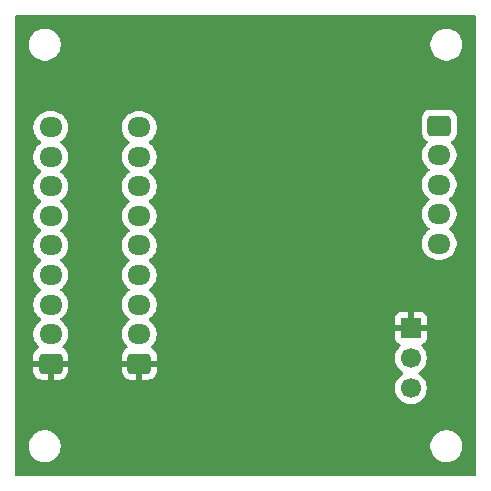
<source format=gbl>
%TF.GenerationSoftware,KiCad,Pcbnew,9.0.2*%
%TF.CreationDate,2025-09-02T23:35:07-07:00*%
%TF.ProjectId,driver,64726976-6572-42e6-9b69-6361645f7063,rev?*%
%TF.SameCoordinates,Original*%
%TF.FileFunction,Copper,L2,Bot*%
%TF.FilePolarity,Positive*%
%FSLAX46Y46*%
G04 Gerber Fmt 4.6, Leading zero omitted, Abs format (unit mm)*
G04 Created by KiCad (PCBNEW 9.0.2) date 2025-09-02 23:35:07*
%MOMM*%
%LPD*%
G01*
G04 APERTURE LIST*
G04 Aperture macros list*
%AMRoundRect*
0 Rectangle with rounded corners*
0 $1 Rounding radius*
0 $2 $3 $4 $5 $6 $7 $8 $9 X,Y pos of 4 corners*
0 Add a 4 corners polygon primitive as box body*
4,1,4,$2,$3,$4,$5,$6,$7,$8,$9,$2,$3,0*
0 Add four circle primitives for the rounded corners*
1,1,$1+$1,$2,$3*
1,1,$1+$1,$4,$5*
1,1,$1+$1,$6,$7*
1,1,$1+$1,$8,$9*
0 Add four rect primitives between the rounded corners*
20,1,$1+$1,$2,$3,$4,$5,0*
20,1,$1+$1,$4,$5,$6,$7,0*
20,1,$1+$1,$6,$7,$8,$9,0*
20,1,$1+$1,$8,$9,$2,$3,0*%
G04 Aperture macros list end*
%TA.AperFunction,ComponentPad*%
%ADD10RoundRect,0.250000X-0.725000X0.600000X-0.725000X-0.600000X0.725000X-0.600000X0.725000X0.600000X0*%
%TD*%
%TA.AperFunction,ComponentPad*%
%ADD11O,1.950000X1.700000*%
%TD*%
%TA.AperFunction,ComponentPad*%
%ADD12R,1.700000X1.700000*%
%TD*%
%TA.AperFunction,ComponentPad*%
%ADD13C,1.700000*%
%TD*%
%TA.AperFunction,ComponentPad*%
%ADD14RoundRect,0.250000X0.725000X-0.600000X0.725000X0.600000X-0.725000X0.600000X-0.725000X-0.600000X0*%
%TD*%
%TA.AperFunction,ViaPad*%
%ADD15C,0.600000*%
%TD*%
G04 APERTURE END LIST*
D10*
%TO.P,Motor1,1,Pin_1*%
%TO.N,+12V*%
X66398240Y-39849000D03*
D11*
%TO.P,Motor1,2,Pin_2*%
%TO.N,Net-(D1-K)*%
X66398240Y-42349000D03*
%TO.P,Motor1,3,Pin_3*%
%TO.N,Net-(D2-K)*%
X66398240Y-44849000D03*
%TO.P,Motor1,4,Pin_4*%
%TO.N,Net-(D3-K)*%
X66398240Y-47349000D03*
%TO.P,Motor1,5,Pin_5*%
%TO.N,Net-(D4-K)*%
X66398240Y-49849000D03*
%TD*%
D12*
%TO.P,Hall1,1,Pin_1*%
%TO.N,GND*%
X64000000Y-57000000D03*
D13*
%TO.P,Hall1,2,Pin_2*%
%TO.N,+5V*%
X64000000Y-59540000D03*
%TO.P,Hall1,3,Pin_3*%
%TO.N,Net-(Hall1-Pin_3)*%
X64000000Y-62080000D03*
%TD*%
D14*
%TO.P,Peri1,1,Pin_1*%
%TO.N,GND*%
X33500000Y-60000000D03*
D11*
%TO.P,Peri1,2,Pin_2*%
%TO.N,+5V*%
X33500000Y-57500000D03*
%TO.P,Peri1,3,Pin_3*%
%TO.N,/PI*%
X33500000Y-55000000D03*
%TO.P,Peri1,4,Pin_4*%
%TO.N,/LD*%
X33500000Y-52500000D03*
%TO.P,Peri1,5,Pin_5*%
%TO.N,/CIPO*%
X33500000Y-50000000D03*
%TO.P,Peri1,6,Pin_6*%
%TO.N,/CLK*%
X33500000Y-47500000D03*
%TO.P,Peri1,7,Pin_7*%
%TO.N,/LCH*%
X33500000Y-45000000D03*
%TO.P,Peri1,8,Pin_8*%
%TO.N,/NOE*%
X33500000Y-42500000D03*
%TO.P,Peri1,9,Pin_9*%
%TO.N,+12V*%
X33500000Y-40000000D03*
%TD*%
D14*
%TO.P,Ctrl1,1,Pin_1*%
%TO.N,GND*%
X41000000Y-60000000D03*
D11*
%TO.P,Ctrl1,2,Pin_2*%
%TO.N,+5V*%
X41000000Y-57500000D03*
%TO.P,Ctrl1,3,Pin_3*%
%TO.N,/CO*%
X41000000Y-55000000D03*
%TO.P,Ctrl1,4,Pin_4*%
%TO.N,/LD*%
X41000000Y-52500000D03*
%TO.P,Ctrl1,5,Pin_5*%
%TO.N,/CIPO*%
X41000000Y-50000000D03*
%TO.P,Ctrl1,6,Pin_6*%
%TO.N,/CLK*%
X41000000Y-47500000D03*
%TO.P,Ctrl1,7,Pin_7*%
%TO.N,/LCH*%
X41000000Y-45000000D03*
%TO.P,Ctrl1,8,Pin_8*%
%TO.N,/NOE*%
X41000000Y-42500000D03*
%TO.P,Ctrl1,9,Pin_9*%
%TO.N,+12V*%
X41000000Y-40000000D03*
%TD*%
D15*
%TO.N,GND*%
X58000000Y-65000000D03*
X51000000Y-44000000D03*
X51000000Y-57000000D03*
%TD*%
%TA.AperFunction,Conductor*%
%TO.N,GND*%
G36*
X69442539Y-30520185D02*
G01*
X69488294Y-30572989D01*
X69499500Y-30624500D01*
X69499500Y-69375500D01*
X69479815Y-69442539D01*
X69427011Y-69488294D01*
X69375500Y-69499500D01*
X30624500Y-69499500D01*
X30557461Y-69479815D01*
X30511706Y-69427011D01*
X30500500Y-69375500D01*
X30500500Y-66893713D01*
X31649500Y-66893713D01*
X31649500Y-67106286D01*
X31682753Y-67316239D01*
X31748444Y-67518414D01*
X31844951Y-67707820D01*
X31969890Y-67879786D01*
X32120213Y-68030109D01*
X32292179Y-68155048D01*
X32292181Y-68155049D01*
X32292184Y-68155051D01*
X32481588Y-68251557D01*
X32683757Y-68317246D01*
X32893713Y-68350500D01*
X32893714Y-68350500D01*
X33106286Y-68350500D01*
X33106287Y-68350500D01*
X33316243Y-68317246D01*
X33518412Y-68251557D01*
X33707816Y-68155051D01*
X33729789Y-68139086D01*
X33879786Y-68030109D01*
X33879788Y-68030106D01*
X33879792Y-68030104D01*
X34030104Y-67879792D01*
X34030106Y-67879788D01*
X34030109Y-67879786D01*
X34155048Y-67707820D01*
X34155047Y-67707820D01*
X34155051Y-67707816D01*
X34251557Y-67518412D01*
X34317246Y-67316243D01*
X34350500Y-67106287D01*
X34350500Y-66893713D01*
X65649500Y-66893713D01*
X65649500Y-67106286D01*
X65682753Y-67316239D01*
X65748444Y-67518414D01*
X65844951Y-67707820D01*
X65969890Y-67879786D01*
X66120213Y-68030109D01*
X66292179Y-68155048D01*
X66292181Y-68155049D01*
X66292184Y-68155051D01*
X66481588Y-68251557D01*
X66683757Y-68317246D01*
X66893713Y-68350500D01*
X66893714Y-68350500D01*
X67106286Y-68350500D01*
X67106287Y-68350500D01*
X67316243Y-68317246D01*
X67518412Y-68251557D01*
X67707816Y-68155051D01*
X67729789Y-68139086D01*
X67879786Y-68030109D01*
X67879788Y-68030106D01*
X67879792Y-68030104D01*
X68030104Y-67879792D01*
X68030106Y-67879788D01*
X68030109Y-67879786D01*
X68155048Y-67707820D01*
X68155047Y-67707820D01*
X68155051Y-67707816D01*
X68251557Y-67518412D01*
X68317246Y-67316243D01*
X68350500Y-67106287D01*
X68350500Y-66893713D01*
X68317246Y-66683757D01*
X68251557Y-66481588D01*
X68155051Y-66292184D01*
X68155049Y-66292181D01*
X68155048Y-66292179D01*
X68030109Y-66120213D01*
X67879786Y-65969890D01*
X67707820Y-65844951D01*
X67518414Y-65748444D01*
X67518413Y-65748443D01*
X67518412Y-65748443D01*
X67316243Y-65682754D01*
X67316241Y-65682753D01*
X67316240Y-65682753D01*
X67154957Y-65657208D01*
X67106287Y-65649500D01*
X66893713Y-65649500D01*
X66845042Y-65657208D01*
X66683760Y-65682753D01*
X66481585Y-65748444D01*
X66292179Y-65844951D01*
X66120213Y-65969890D01*
X65969890Y-66120213D01*
X65844951Y-66292179D01*
X65748444Y-66481585D01*
X65682753Y-66683760D01*
X65649500Y-66893713D01*
X34350500Y-66893713D01*
X34317246Y-66683757D01*
X34251557Y-66481588D01*
X34155051Y-66292184D01*
X34155049Y-66292181D01*
X34155048Y-66292179D01*
X34030109Y-66120213D01*
X33879786Y-65969890D01*
X33707820Y-65844951D01*
X33518414Y-65748444D01*
X33518413Y-65748443D01*
X33518412Y-65748443D01*
X33316243Y-65682754D01*
X33316241Y-65682753D01*
X33316240Y-65682753D01*
X33154957Y-65657208D01*
X33106287Y-65649500D01*
X32893713Y-65649500D01*
X32845042Y-65657208D01*
X32683760Y-65682753D01*
X32481585Y-65748444D01*
X32292179Y-65844951D01*
X32120213Y-65969890D01*
X31969890Y-66120213D01*
X31844951Y-66292179D01*
X31748444Y-66481585D01*
X31682753Y-66683760D01*
X31649500Y-66893713D01*
X30500500Y-66893713D01*
X30500500Y-39893713D01*
X32024500Y-39893713D01*
X32024500Y-40106287D01*
X32057754Y-40316243D01*
X32117141Y-40499018D01*
X32123444Y-40518414D01*
X32219951Y-40707820D01*
X32344890Y-40879786D01*
X32495209Y-41030105D01*
X32495214Y-41030109D01*
X32659793Y-41149682D01*
X32702459Y-41205011D01*
X32708438Y-41274625D01*
X32675833Y-41336420D01*
X32659793Y-41350318D01*
X32495214Y-41469890D01*
X32495209Y-41469894D01*
X32344890Y-41620213D01*
X32219951Y-41792179D01*
X32123444Y-41981585D01*
X32057753Y-42183760D01*
X32024500Y-42393713D01*
X32024500Y-42606286D01*
X32057753Y-42816239D01*
X32123444Y-43018414D01*
X32219951Y-43207820D01*
X32344890Y-43379786D01*
X32495209Y-43530105D01*
X32495214Y-43530109D01*
X32659793Y-43649682D01*
X32702459Y-43705011D01*
X32708438Y-43774625D01*
X32675833Y-43836420D01*
X32659793Y-43850318D01*
X32495214Y-43969890D01*
X32495209Y-43969894D01*
X32344890Y-44120213D01*
X32219951Y-44292179D01*
X32123444Y-44481585D01*
X32057753Y-44683760D01*
X32024500Y-44893713D01*
X32024500Y-45106286D01*
X32057753Y-45316239D01*
X32123444Y-45518414D01*
X32219951Y-45707820D01*
X32344890Y-45879786D01*
X32495209Y-46030105D01*
X32495214Y-46030109D01*
X32659793Y-46149682D01*
X32702459Y-46205011D01*
X32708438Y-46274625D01*
X32675833Y-46336420D01*
X32659793Y-46350318D01*
X32495214Y-46469890D01*
X32495209Y-46469894D01*
X32344890Y-46620213D01*
X32219951Y-46792179D01*
X32123444Y-46981585D01*
X32057753Y-47183760D01*
X32024500Y-47393713D01*
X32024500Y-47606286D01*
X32057753Y-47816239D01*
X32123444Y-48018414D01*
X32219951Y-48207820D01*
X32344890Y-48379786D01*
X32495209Y-48530105D01*
X32495214Y-48530109D01*
X32659793Y-48649682D01*
X32702459Y-48705011D01*
X32708438Y-48774625D01*
X32675833Y-48836420D01*
X32659793Y-48850318D01*
X32495214Y-48969890D01*
X32495209Y-48969894D01*
X32344890Y-49120213D01*
X32219951Y-49292179D01*
X32123444Y-49481585D01*
X32057753Y-49683760D01*
X32024500Y-49893713D01*
X32024500Y-50106286D01*
X32057753Y-50316239D01*
X32123444Y-50518414D01*
X32219951Y-50707820D01*
X32344890Y-50879786D01*
X32495209Y-51030105D01*
X32495214Y-51030109D01*
X32659793Y-51149682D01*
X32702459Y-51205011D01*
X32708438Y-51274625D01*
X32675833Y-51336420D01*
X32659793Y-51350318D01*
X32495214Y-51469890D01*
X32495209Y-51469894D01*
X32344890Y-51620213D01*
X32219951Y-51792179D01*
X32123444Y-51981585D01*
X32057753Y-52183760D01*
X32024500Y-52393713D01*
X32024500Y-52606286D01*
X32057753Y-52816239D01*
X32123444Y-53018414D01*
X32219951Y-53207820D01*
X32344890Y-53379786D01*
X32495209Y-53530105D01*
X32495214Y-53530109D01*
X32659793Y-53649682D01*
X32702459Y-53705011D01*
X32708438Y-53774625D01*
X32675833Y-53836420D01*
X32659793Y-53850318D01*
X32495214Y-53969890D01*
X32495209Y-53969894D01*
X32344890Y-54120213D01*
X32219951Y-54292179D01*
X32123444Y-54481585D01*
X32057753Y-54683760D01*
X32024500Y-54893713D01*
X32024500Y-55106286D01*
X32057753Y-55316239D01*
X32123444Y-55518414D01*
X32219951Y-55707820D01*
X32344890Y-55879786D01*
X32495209Y-56030105D01*
X32495214Y-56030109D01*
X32659793Y-56149682D01*
X32702459Y-56205011D01*
X32708438Y-56274625D01*
X32675833Y-56336420D01*
X32659793Y-56350318D01*
X32495214Y-56469890D01*
X32495209Y-56469894D01*
X32344890Y-56620213D01*
X32219951Y-56792179D01*
X32123444Y-56981585D01*
X32057753Y-57183760D01*
X32056291Y-57192993D01*
X32024500Y-57393713D01*
X32024500Y-57606287D01*
X32057754Y-57816243D01*
X32084262Y-57897827D01*
X32123444Y-58018414D01*
X32219951Y-58207820D01*
X32344890Y-58379786D01*
X32484068Y-58518964D01*
X32517553Y-58580287D01*
X32512569Y-58649979D01*
X32470697Y-58705912D01*
X32461484Y-58712183D01*
X32306659Y-58807680D01*
X32306655Y-58807683D01*
X32182684Y-58931654D01*
X32090643Y-59080875D01*
X32090641Y-59080880D01*
X32035494Y-59247302D01*
X32035493Y-59247309D01*
X32025000Y-59350013D01*
X32025000Y-59750000D01*
X33095854Y-59750000D01*
X33057370Y-59816657D01*
X33025000Y-59937465D01*
X33025000Y-60062535D01*
X33057370Y-60183343D01*
X33095854Y-60250000D01*
X32025001Y-60250000D01*
X32025001Y-60649986D01*
X32035494Y-60752697D01*
X32090641Y-60919119D01*
X32090643Y-60919124D01*
X32182684Y-61068345D01*
X32306654Y-61192315D01*
X32455875Y-61284356D01*
X32455880Y-61284358D01*
X32622302Y-61339505D01*
X32622309Y-61339506D01*
X32725019Y-61349999D01*
X33249999Y-61349999D01*
X33250000Y-61349998D01*
X33250000Y-60404145D01*
X33316657Y-60442630D01*
X33437465Y-60475000D01*
X33562535Y-60475000D01*
X33683343Y-60442630D01*
X33750000Y-60404145D01*
X33750000Y-61349999D01*
X34274972Y-61349999D01*
X34274986Y-61349998D01*
X34377697Y-61339505D01*
X34544119Y-61284358D01*
X34544124Y-61284356D01*
X34693345Y-61192315D01*
X34817315Y-61068345D01*
X34909356Y-60919124D01*
X34909358Y-60919119D01*
X34964505Y-60752697D01*
X34964506Y-60752690D01*
X34974999Y-60649986D01*
X34975000Y-60649973D01*
X34975000Y-60250000D01*
X33904146Y-60250000D01*
X33942630Y-60183343D01*
X33975000Y-60062535D01*
X33975000Y-59937465D01*
X33942630Y-59816657D01*
X33904146Y-59750000D01*
X34974999Y-59750000D01*
X34974999Y-59350028D01*
X34974998Y-59350013D01*
X34964505Y-59247302D01*
X34909358Y-59080880D01*
X34909356Y-59080875D01*
X34817315Y-58931654D01*
X34693345Y-58807684D01*
X34538515Y-58712184D01*
X34491791Y-58660236D01*
X34480568Y-58591273D01*
X34508412Y-58527191D01*
X34515909Y-58518986D01*
X34655104Y-58379792D01*
X34721473Y-58288443D01*
X34780048Y-58207820D01*
X34780047Y-58207820D01*
X34780051Y-58207816D01*
X34876557Y-58018412D01*
X34942246Y-57816243D01*
X34975500Y-57606287D01*
X34975500Y-57393713D01*
X34942246Y-57183757D01*
X34876557Y-56981588D01*
X34780051Y-56792184D01*
X34780049Y-56792181D01*
X34780048Y-56792179D01*
X34655109Y-56620213D01*
X34504792Y-56469896D01*
X34504784Y-56469890D01*
X34340204Y-56350316D01*
X34297540Y-56294989D01*
X34291561Y-56225376D01*
X34324166Y-56163580D01*
X34340199Y-56149686D01*
X34504792Y-56030104D01*
X34655104Y-55879792D01*
X34655106Y-55879788D01*
X34655109Y-55879786D01*
X34780048Y-55707820D01*
X34780047Y-55707820D01*
X34780051Y-55707816D01*
X34876557Y-55518412D01*
X34942246Y-55316243D01*
X34975500Y-55106287D01*
X34975500Y-54893713D01*
X34942246Y-54683757D01*
X34876557Y-54481588D01*
X34780051Y-54292184D01*
X34780049Y-54292181D01*
X34780048Y-54292179D01*
X34655109Y-54120213D01*
X34504792Y-53969896D01*
X34504784Y-53969890D01*
X34340204Y-53850316D01*
X34297540Y-53794989D01*
X34291561Y-53725376D01*
X34324166Y-53663580D01*
X34340199Y-53649686D01*
X34504792Y-53530104D01*
X34655104Y-53379792D01*
X34655106Y-53379788D01*
X34655109Y-53379786D01*
X34780048Y-53207820D01*
X34780047Y-53207820D01*
X34780051Y-53207816D01*
X34876557Y-53018412D01*
X34942246Y-52816243D01*
X34975500Y-52606287D01*
X34975500Y-52393713D01*
X34942246Y-52183757D01*
X34876557Y-51981588D01*
X34780051Y-51792184D01*
X34780049Y-51792181D01*
X34780048Y-51792179D01*
X34655109Y-51620213D01*
X34504792Y-51469896D01*
X34504784Y-51469890D01*
X34340204Y-51350316D01*
X34297540Y-51294989D01*
X34291561Y-51225376D01*
X34324166Y-51163580D01*
X34340199Y-51149686D01*
X34504792Y-51030104D01*
X34655104Y-50879792D01*
X34655106Y-50879788D01*
X34655109Y-50879786D01*
X34780048Y-50707820D01*
X34780047Y-50707820D01*
X34780051Y-50707816D01*
X34876557Y-50518412D01*
X34942246Y-50316243D01*
X34975500Y-50106287D01*
X34975500Y-49893713D01*
X34942246Y-49683757D01*
X34876557Y-49481588D01*
X34780051Y-49292184D01*
X34780049Y-49292181D01*
X34780048Y-49292179D01*
X34655109Y-49120213D01*
X34504792Y-48969896D01*
X34503845Y-48969208D01*
X34340204Y-48850316D01*
X34297540Y-48794989D01*
X34291561Y-48725376D01*
X34324166Y-48663580D01*
X34340199Y-48649686D01*
X34504792Y-48530104D01*
X34655104Y-48379792D01*
X34655106Y-48379788D01*
X34655109Y-48379786D01*
X34780048Y-48207820D01*
X34780047Y-48207820D01*
X34780051Y-48207816D01*
X34876557Y-48018412D01*
X34942246Y-47816243D01*
X34975500Y-47606287D01*
X34975500Y-47393713D01*
X34942246Y-47183757D01*
X34876557Y-46981588D01*
X34780051Y-46792184D01*
X34780049Y-46792181D01*
X34780048Y-46792179D01*
X34655109Y-46620213D01*
X34504792Y-46469896D01*
X34503845Y-46469208D01*
X34340204Y-46350316D01*
X34297540Y-46294989D01*
X34291561Y-46225376D01*
X34324166Y-46163580D01*
X34340199Y-46149686D01*
X34504792Y-46030104D01*
X34655104Y-45879792D01*
X34655106Y-45879788D01*
X34655109Y-45879786D01*
X34780048Y-45707820D01*
X34780047Y-45707820D01*
X34780051Y-45707816D01*
X34876557Y-45518412D01*
X34942246Y-45316243D01*
X34975500Y-45106287D01*
X34975500Y-44893713D01*
X34942246Y-44683757D01*
X34876557Y-44481588D01*
X34780051Y-44292184D01*
X34780049Y-44292181D01*
X34780048Y-44292179D01*
X34655109Y-44120213D01*
X34504792Y-43969896D01*
X34503845Y-43969208D01*
X34340204Y-43850316D01*
X34297540Y-43794989D01*
X34291561Y-43725376D01*
X34324166Y-43663580D01*
X34340199Y-43649686D01*
X34504792Y-43530104D01*
X34655104Y-43379792D01*
X34655106Y-43379788D01*
X34655109Y-43379786D01*
X34780048Y-43207820D01*
X34780047Y-43207820D01*
X34780051Y-43207816D01*
X34876557Y-43018412D01*
X34942246Y-42816243D01*
X34975500Y-42606287D01*
X34975500Y-42393713D01*
X34942246Y-42183757D01*
X34876557Y-41981588D01*
X34780051Y-41792184D01*
X34780049Y-41792181D01*
X34780048Y-41792179D01*
X34655109Y-41620213D01*
X34504792Y-41469896D01*
X34503845Y-41469208D01*
X34340204Y-41350316D01*
X34297540Y-41294989D01*
X34291561Y-41225376D01*
X34324166Y-41163580D01*
X34340199Y-41149686D01*
X34504792Y-41030104D01*
X34655104Y-40879792D01*
X34655106Y-40879788D01*
X34655109Y-40879786D01*
X34780048Y-40707820D01*
X34780047Y-40707820D01*
X34780051Y-40707816D01*
X34876557Y-40518412D01*
X34942246Y-40316243D01*
X34975500Y-40106287D01*
X34975500Y-39893713D01*
X39524500Y-39893713D01*
X39524500Y-40106287D01*
X39557754Y-40316243D01*
X39617141Y-40499018D01*
X39623444Y-40518414D01*
X39719951Y-40707820D01*
X39844890Y-40879786D01*
X39995209Y-41030105D01*
X39995214Y-41030109D01*
X40159793Y-41149682D01*
X40202459Y-41205011D01*
X40208438Y-41274625D01*
X40175833Y-41336420D01*
X40159793Y-41350318D01*
X39995214Y-41469890D01*
X39995209Y-41469894D01*
X39844890Y-41620213D01*
X39719951Y-41792179D01*
X39623444Y-41981585D01*
X39557753Y-42183760D01*
X39524500Y-42393713D01*
X39524500Y-42606286D01*
X39557753Y-42816239D01*
X39623444Y-43018414D01*
X39719951Y-43207820D01*
X39844890Y-43379786D01*
X39995209Y-43530105D01*
X39995214Y-43530109D01*
X40159793Y-43649682D01*
X40202459Y-43705011D01*
X40208438Y-43774625D01*
X40175833Y-43836420D01*
X40159793Y-43850318D01*
X39995214Y-43969890D01*
X39995209Y-43969894D01*
X39844890Y-44120213D01*
X39719951Y-44292179D01*
X39623444Y-44481585D01*
X39557753Y-44683760D01*
X39524500Y-44893713D01*
X39524500Y-45106286D01*
X39557753Y-45316239D01*
X39623444Y-45518414D01*
X39719951Y-45707820D01*
X39844890Y-45879786D01*
X39995209Y-46030105D01*
X39995214Y-46030109D01*
X40159793Y-46149682D01*
X40202459Y-46205011D01*
X40208438Y-46274625D01*
X40175833Y-46336420D01*
X40159793Y-46350318D01*
X39995214Y-46469890D01*
X39995209Y-46469894D01*
X39844890Y-46620213D01*
X39719951Y-46792179D01*
X39623444Y-46981585D01*
X39557753Y-47183760D01*
X39524500Y-47393713D01*
X39524500Y-47606286D01*
X39557753Y-47816239D01*
X39623444Y-48018414D01*
X39719951Y-48207820D01*
X39844890Y-48379786D01*
X39995209Y-48530105D01*
X39995214Y-48530109D01*
X40159793Y-48649682D01*
X40202459Y-48705011D01*
X40208438Y-48774625D01*
X40175833Y-48836420D01*
X40159793Y-48850318D01*
X39995214Y-48969890D01*
X39995209Y-48969894D01*
X39844890Y-49120213D01*
X39719951Y-49292179D01*
X39623444Y-49481585D01*
X39557753Y-49683760D01*
X39524500Y-49893713D01*
X39524500Y-50106286D01*
X39557753Y-50316239D01*
X39623444Y-50518414D01*
X39719951Y-50707820D01*
X39844890Y-50879786D01*
X39995209Y-51030105D01*
X39995214Y-51030109D01*
X40159793Y-51149682D01*
X40202459Y-51205011D01*
X40208438Y-51274625D01*
X40175833Y-51336420D01*
X40159793Y-51350318D01*
X39995214Y-51469890D01*
X39995209Y-51469894D01*
X39844890Y-51620213D01*
X39719951Y-51792179D01*
X39623444Y-51981585D01*
X39557753Y-52183760D01*
X39524500Y-52393713D01*
X39524500Y-52606286D01*
X39557753Y-52816239D01*
X39623444Y-53018414D01*
X39719951Y-53207820D01*
X39844890Y-53379786D01*
X39995209Y-53530105D01*
X39995214Y-53530109D01*
X40159793Y-53649682D01*
X40202459Y-53705011D01*
X40208438Y-53774625D01*
X40175833Y-53836420D01*
X40159793Y-53850318D01*
X39995214Y-53969890D01*
X39995209Y-53969894D01*
X39844890Y-54120213D01*
X39719951Y-54292179D01*
X39623444Y-54481585D01*
X39557753Y-54683760D01*
X39524500Y-54893713D01*
X39524500Y-55106286D01*
X39557753Y-55316239D01*
X39623444Y-55518414D01*
X39719951Y-55707820D01*
X39844890Y-55879786D01*
X39995209Y-56030105D01*
X39995214Y-56030109D01*
X40159793Y-56149682D01*
X40202459Y-56205011D01*
X40208438Y-56274625D01*
X40175833Y-56336420D01*
X40159793Y-56350318D01*
X39995214Y-56469890D01*
X39995209Y-56469894D01*
X39844890Y-56620213D01*
X39719951Y-56792179D01*
X39623444Y-56981585D01*
X39557753Y-57183760D01*
X39556291Y-57192993D01*
X39524500Y-57393713D01*
X39524500Y-57606287D01*
X39557754Y-57816243D01*
X39584262Y-57897827D01*
X39623444Y-58018414D01*
X39719951Y-58207820D01*
X39844890Y-58379786D01*
X39984068Y-58518964D01*
X40017553Y-58580287D01*
X40012569Y-58649979D01*
X39970697Y-58705912D01*
X39961484Y-58712183D01*
X39806659Y-58807680D01*
X39806655Y-58807683D01*
X39682684Y-58931654D01*
X39590643Y-59080875D01*
X39590641Y-59080880D01*
X39535494Y-59247302D01*
X39535493Y-59247309D01*
X39525000Y-59350013D01*
X39525000Y-59750000D01*
X40595854Y-59750000D01*
X40557370Y-59816657D01*
X40525000Y-59937465D01*
X40525000Y-60062535D01*
X40557370Y-60183343D01*
X40595854Y-60250000D01*
X39525001Y-60250000D01*
X39525001Y-60649986D01*
X39535494Y-60752697D01*
X39590641Y-60919119D01*
X39590643Y-60919124D01*
X39682684Y-61068345D01*
X39806654Y-61192315D01*
X39955875Y-61284356D01*
X39955880Y-61284358D01*
X40122302Y-61339505D01*
X40122309Y-61339506D01*
X40225019Y-61349999D01*
X40749999Y-61349999D01*
X40750000Y-61349998D01*
X40750000Y-60404145D01*
X40816657Y-60442630D01*
X40937465Y-60475000D01*
X41062535Y-60475000D01*
X41183343Y-60442630D01*
X41250000Y-60404145D01*
X41250000Y-61349999D01*
X41774972Y-61349999D01*
X41774986Y-61349998D01*
X41877697Y-61339505D01*
X42044119Y-61284358D01*
X42044124Y-61284356D01*
X42193345Y-61192315D01*
X42317315Y-61068345D01*
X42409356Y-60919124D01*
X42409358Y-60919119D01*
X42464505Y-60752697D01*
X42464506Y-60752690D01*
X42474999Y-60649986D01*
X42475000Y-60649973D01*
X42475000Y-60250000D01*
X41404146Y-60250000D01*
X41442630Y-60183343D01*
X41475000Y-60062535D01*
X41475000Y-59937465D01*
X41442630Y-59816657D01*
X41404146Y-59750000D01*
X42474999Y-59750000D01*
X42474999Y-59433713D01*
X62649500Y-59433713D01*
X62649500Y-59646286D01*
X62682753Y-59856239D01*
X62748444Y-60058414D01*
X62844951Y-60247820D01*
X62969890Y-60419786D01*
X63120213Y-60570109D01*
X63292182Y-60695050D01*
X63300946Y-60699516D01*
X63351742Y-60747491D01*
X63368536Y-60815312D01*
X63345998Y-60881447D01*
X63300946Y-60920484D01*
X63292182Y-60924949D01*
X63120213Y-61049890D01*
X62969890Y-61200213D01*
X62844951Y-61372179D01*
X62748444Y-61561585D01*
X62682753Y-61763760D01*
X62649500Y-61973713D01*
X62649500Y-62186286D01*
X62682753Y-62396239D01*
X62748444Y-62598414D01*
X62844951Y-62787820D01*
X62969890Y-62959786D01*
X63120213Y-63110109D01*
X63292179Y-63235048D01*
X63292181Y-63235049D01*
X63292184Y-63235051D01*
X63481588Y-63331557D01*
X63683757Y-63397246D01*
X63893713Y-63430500D01*
X63893714Y-63430500D01*
X64106286Y-63430500D01*
X64106287Y-63430500D01*
X64316243Y-63397246D01*
X64518412Y-63331557D01*
X64707816Y-63235051D01*
X64729789Y-63219086D01*
X64879786Y-63110109D01*
X64879788Y-63110106D01*
X64879792Y-63110104D01*
X65030104Y-62959792D01*
X65030106Y-62959788D01*
X65030109Y-62959786D01*
X65155048Y-62787820D01*
X65155047Y-62787820D01*
X65155051Y-62787816D01*
X65251557Y-62598412D01*
X65317246Y-62396243D01*
X65350500Y-62186287D01*
X65350500Y-61973713D01*
X65317246Y-61763757D01*
X65251557Y-61561588D01*
X65155051Y-61372184D01*
X65155049Y-61372181D01*
X65155048Y-61372179D01*
X65030109Y-61200213D01*
X64879786Y-61049890D01*
X64707820Y-60924951D01*
X64707115Y-60924591D01*
X64699054Y-60920485D01*
X64648259Y-60872512D01*
X64631463Y-60804692D01*
X64653999Y-60738556D01*
X64699054Y-60699515D01*
X64707816Y-60695051D01*
X64769861Y-60649973D01*
X64879786Y-60570109D01*
X64879788Y-60570106D01*
X64879792Y-60570104D01*
X65030104Y-60419792D01*
X65030106Y-60419788D01*
X65030109Y-60419786D01*
X65155048Y-60247820D01*
X65155047Y-60247820D01*
X65155051Y-60247816D01*
X65251557Y-60058412D01*
X65317246Y-59856243D01*
X65350500Y-59646287D01*
X65350500Y-59433713D01*
X65317246Y-59223757D01*
X65251557Y-59021588D01*
X65155051Y-58832184D01*
X65155049Y-58832181D01*
X65155048Y-58832179D01*
X65030109Y-58660213D01*
X64916181Y-58546285D01*
X64882696Y-58484962D01*
X64887680Y-58415270D01*
X64929552Y-58359337D01*
X64960529Y-58342422D01*
X65092086Y-58293354D01*
X65092093Y-58293350D01*
X65207187Y-58207190D01*
X65207190Y-58207187D01*
X65293350Y-58092093D01*
X65293354Y-58092086D01*
X65343596Y-57957379D01*
X65343598Y-57957372D01*
X65349999Y-57897844D01*
X65350000Y-57897827D01*
X65350000Y-57250000D01*
X64433012Y-57250000D01*
X64465925Y-57192993D01*
X64500000Y-57065826D01*
X64500000Y-56934174D01*
X64465925Y-56807007D01*
X64433012Y-56750000D01*
X65350000Y-56750000D01*
X65350000Y-56102172D01*
X65349999Y-56102155D01*
X65343598Y-56042627D01*
X65343596Y-56042620D01*
X65293354Y-55907913D01*
X65293350Y-55907906D01*
X65207190Y-55792812D01*
X65207187Y-55792809D01*
X65092093Y-55706649D01*
X65092086Y-55706645D01*
X64957379Y-55656403D01*
X64957372Y-55656401D01*
X64897844Y-55650000D01*
X64250000Y-55650000D01*
X64250000Y-56566988D01*
X64192993Y-56534075D01*
X64065826Y-56500000D01*
X63934174Y-56500000D01*
X63807007Y-56534075D01*
X63750000Y-56566988D01*
X63750000Y-55650000D01*
X63102155Y-55650000D01*
X63042627Y-55656401D01*
X63042620Y-55656403D01*
X62907913Y-55706645D01*
X62907906Y-55706649D01*
X62792812Y-55792809D01*
X62792809Y-55792812D01*
X62706649Y-55907906D01*
X62706645Y-55907913D01*
X62656403Y-56042620D01*
X62656401Y-56042627D01*
X62650000Y-56102155D01*
X62650000Y-56750000D01*
X63566988Y-56750000D01*
X63534075Y-56807007D01*
X63500000Y-56934174D01*
X63500000Y-57065826D01*
X63534075Y-57192993D01*
X63566988Y-57250000D01*
X62650000Y-57250000D01*
X62650000Y-57897844D01*
X62656401Y-57957372D01*
X62656403Y-57957379D01*
X62706645Y-58092086D01*
X62706649Y-58092093D01*
X62792809Y-58207187D01*
X62792812Y-58207190D01*
X62907906Y-58293350D01*
X62907913Y-58293354D01*
X63039470Y-58342422D01*
X63095404Y-58384293D01*
X63119821Y-58449758D01*
X63104969Y-58518031D01*
X63083819Y-58546285D01*
X62969889Y-58660215D01*
X62844951Y-58832179D01*
X62748444Y-59021585D01*
X62682753Y-59223760D01*
X62649500Y-59433713D01*
X42474999Y-59433713D01*
X42474999Y-59350028D01*
X42474998Y-59350013D01*
X42464505Y-59247302D01*
X42409358Y-59080880D01*
X42409356Y-59080875D01*
X42317315Y-58931654D01*
X42193345Y-58807684D01*
X42038515Y-58712184D01*
X41991791Y-58660236D01*
X41980568Y-58591273D01*
X42008412Y-58527191D01*
X42015909Y-58518986D01*
X42155104Y-58379792D01*
X42221473Y-58288443D01*
X42280048Y-58207820D01*
X42280047Y-58207820D01*
X42280051Y-58207816D01*
X42376557Y-58018412D01*
X42442246Y-57816243D01*
X42475500Y-57606287D01*
X42475500Y-57393713D01*
X42442246Y-57183757D01*
X42376557Y-56981588D01*
X42280051Y-56792184D01*
X42280049Y-56792181D01*
X42280048Y-56792179D01*
X42155109Y-56620213D01*
X42004792Y-56469896D01*
X42004784Y-56469890D01*
X41840204Y-56350316D01*
X41823862Y-56329124D01*
X41804776Y-56310365D01*
X41802853Y-56301879D01*
X41797540Y-56294989D01*
X41795249Y-56268325D01*
X41789335Y-56242223D01*
X41792305Y-56234043D01*
X41791561Y-56225376D01*
X41804048Y-56201709D01*
X41813185Y-56176550D01*
X41821889Y-56167894D01*
X41824166Y-56163580D01*
X41837926Y-56151379D01*
X41839065Y-56150510D01*
X42004792Y-56030104D01*
X42155104Y-55879792D01*
X42155106Y-55879788D01*
X42155109Y-55879786D01*
X42280048Y-55707820D01*
X42280047Y-55707820D01*
X42280051Y-55707816D01*
X42376557Y-55518412D01*
X42442246Y-55316243D01*
X42475500Y-55106287D01*
X42475500Y-54893713D01*
X42442246Y-54683757D01*
X42376557Y-54481588D01*
X42280051Y-54292184D01*
X42280049Y-54292181D01*
X42280048Y-54292179D01*
X42155109Y-54120213D01*
X42004792Y-53969896D01*
X42004784Y-53969890D01*
X41840204Y-53850316D01*
X41797540Y-53794989D01*
X41791561Y-53725376D01*
X41824166Y-53663580D01*
X41840199Y-53649686D01*
X42004792Y-53530104D01*
X42155104Y-53379792D01*
X42155106Y-53379788D01*
X42155109Y-53379786D01*
X42280048Y-53207820D01*
X42280047Y-53207820D01*
X42280051Y-53207816D01*
X42376557Y-53018412D01*
X42442246Y-52816243D01*
X42475500Y-52606287D01*
X42475500Y-52393713D01*
X42442246Y-52183757D01*
X42376557Y-51981588D01*
X42280051Y-51792184D01*
X42280049Y-51792181D01*
X42280048Y-51792179D01*
X42155109Y-51620213D01*
X42004792Y-51469896D01*
X42004784Y-51469890D01*
X41840204Y-51350316D01*
X41797540Y-51294989D01*
X41791561Y-51225376D01*
X41824166Y-51163580D01*
X41840199Y-51149686D01*
X42004792Y-51030104D01*
X42155104Y-50879792D01*
X42155106Y-50879788D01*
X42155109Y-50879786D01*
X42280048Y-50707820D01*
X42280047Y-50707820D01*
X42280051Y-50707816D01*
X42376557Y-50518412D01*
X42442246Y-50316243D01*
X42475500Y-50106287D01*
X42475500Y-49893713D01*
X42442246Y-49683757D01*
X42376557Y-49481588D01*
X42280051Y-49292184D01*
X42280049Y-49292181D01*
X42280048Y-49292179D01*
X42155109Y-49120213D01*
X42004792Y-48969896D01*
X42003845Y-48969208D01*
X41840204Y-48850316D01*
X41797540Y-48794989D01*
X41791561Y-48725376D01*
X41824166Y-48663580D01*
X41840199Y-48649686D01*
X42004792Y-48530104D01*
X42155104Y-48379792D01*
X42155106Y-48379788D01*
X42155109Y-48379786D01*
X42280048Y-48207820D01*
X42280047Y-48207820D01*
X42280051Y-48207816D01*
X42376557Y-48018412D01*
X42442246Y-47816243D01*
X42475500Y-47606287D01*
X42475500Y-47393713D01*
X42442246Y-47183757D01*
X42376557Y-46981588D01*
X42280051Y-46792184D01*
X42280049Y-46792181D01*
X42280048Y-46792179D01*
X42155109Y-46620213D01*
X42004792Y-46469896D01*
X42003845Y-46469208D01*
X41840204Y-46350316D01*
X41797540Y-46294989D01*
X41791561Y-46225376D01*
X41824166Y-46163580D01*
X41840199Y-46149686D01*
X42004792Y-46030104D01*
X42155104Y-45879792D01*
X42155106Y-45879788D01*
X42155109Y-45879786D01*
X42280048Y-45707820D01*
X42280047Y-45707820D01*
X42280051Y-45707816D01*
X42376557Y-45518412D01*
X42442246Y-45316243D01*
X42475500Y-45106287D01*
X42475500Y-44893713D01*
X42442246Y-44683757D01*
X42376557Y-44481588D01*
X42280051Y-44292184D01*
X42280049Y-44292181D01*
X42280048Y-44292179D01*
X42155109Y-44120213D01*
X42004792Y-43969896D01*
X42003845Y-43969208D01*
X41840204Y-43850316D01*
X41797540Y-43794989D01*
X41791561Y-43725376D01*
X41824166Y-43663580D01*
X41840199Y-43649686D01*
X42004792Y-43530104D01*
X42155104Y-43379792D01*
X42155106Y-43379788D01*
X42155109Y-43379786D01*
X42280048Y-43207820D01*
X42280047Y-43207820D01*
X42280051Y-43207816D01*
X42376557Y-43018412D01*
X42442246Y-42816243D01*
X42475500Y-42606287D01*
X42475500Y-42393713D01*
X42442246Y-42183757D01*
X42376557Y-41981588D01*
X42280051Y-41792184D01*
X42280049Y-41792181D01*
X42280048Y-41792179D01*
X42155109Y-41620213D01*
X42004792Y-41469896D01*
X42003845Y-41469208D01*
X41840204Y-41350316D01*
X41797540Y-41294989D01*
X41791561Y-41225376D01*
X41824166Y-41163580D01*
X41840199Y-41149686D01*
X42004792Y-41030104D01*
X42155104Y-40879792D01*
X42155106Y-40879788D01*
X42155109Y-40879786D01*
X42280048Y-40707820D01*
X42280047Y-40707820D01*
X42280051Y-40707816D01*
X42376557Y-40518412D01*
X42442246Y-40316243D01*
X42475500Y-40106287D01*
X42475500Y-39893713D01*
X42442246Y-39683757D01*
X42376557Y-39481588D01*
X42280051Y-39292184D01*
X42280049Y-39292180D01*
X42263003Y-39268718D01*
X42263002Y-39268717D01*
X42212338Y-39198983D01*
X64922740Y-39198983D01*
X64922740Y-40499001D01*
X64922741Y-40499018D01*
X64933240Y-40601796D01*
X64933241Y-40601799D01*
X64988425Y-40768331D01*
X64988426Y-40768334D01*
X65057173Y-40879792D01*
X65080529Y-40917657D01*
X65204584Y-41041712D01*
X65359360Y-41137178D01*
X65406085Y-41189126D01*
X65417308Y-41258088D01*
X65389464Y-41322171D01*
X65381946Y-41330398D01*
X65243129Y-41469215D01*
X65118191Y-41641179D01*
X65021684Y-41830585D01*
X64955993Y-42032760D01*
X64922740Y-42242713D01*
X64922740Y-42455286D01*
X64955993Y-42665239D01*
X65021684Y-42867414D01*
X65118191Y-43056820D01*
X65243130Y-43228786D01*
X65393449Y-43379105D01*
X65393454Y-43379109D01*
X65558033Y-43498682D01*
X65600699Y-43554011D01*
X65606678Y-43623625D01*
X65574073Y-43685420D01*
X65558033Y-43699318D01*
X65393454Y-43818890D01*
X65393449Y-43818894D01*
X65243130Y-43969213D01*
X65118191Y-44141179D01*
X65021684Y-44330585D01*
X64955993Y-44532760D01*
X64922740Y-44742713D01*
X64922740Y-44955286D01*
X64955993Y-45165239D01*
X65021684Y-45367414D01*
X65118191Y-45556820D01*
X65243130Y-45728786D01*
X65393449Y-45879105D01*
X65393454Y-45879109D01*
X65558033Y-45998682D01*
X65600699Y-46054011D01*
X65606678Y-46123625D01*
X65574073Y-46185420D01*
X65558033Y-46199318D01*
X65393454Y-46318890D01*
X65393449Y-46318894D01*
X65243130Y-46469213D01*
X65118191Y-46641179D01*
X65021684Y-46830585D01*
X64955993Y-47032760D01*
X64922740Y-47242713D01*
X64922740Y-47455286D01*
X64955993Y-47665239D01*
X65021684Y-47867414D01*
X65118191Y-48056820D01*
X65243130Y-48228786D01*
X65393449Y-48379105D01*
X65393454Y-48379109D01*
X65558033Y-48498682D01*
X65600699Y-48554011D01*
X65606678Y-48623625D01*
X65574073Y-48685420D01*
X65558033Y-48699318D01*
X65393454Y-48818890D01*
X65393449Y-48818894D01*
X65243130Y-48969213D01*
X65118191Y-49141179D01*
X65021684Y-49330585D01*
X64955993Y-49532760D01*
X64922740Y-49742713D01*
X64922740Y-49955286D01*
X64955993Y-50165239D01*
X65021684Y-50367414D01*
X65118191Y-50556820D01*
X65243130Y-50728786D01*
X65393453Y-50879109D01*
X65565419Y-51004048D01*
X65565421Y-51004049D01*
X65565424Y-51004051D01*
X65754828Y-51100557D01*
X65956997Y-51166246D01*
X66166953Y-51199500D01*
X66166954Y-51199500D01*
X66629526Y-51199500D01*
X66629527Y-51199500D01*
X66839483Y-51166246D01*
X67041652Y-51100557D01*
X67231056Y-51004051D01*
X67253029Y-50988086D01*
X67403026Y-50879109D01*
X67403028Y-50879106D01*
X67403032Y-50879104D01*
X67553344Y-50728792D01*
X67553346Y-50728788D01*
X67553349Y-50728786D01*
X67678288Y-50556820D01*
X67678287Y-50556820D01*
X67678291Y-50556816D01*
X67774797Y-50367412D01*
X67840486Y-50165243D01*
X67873740Y-49955287D01*
X67873740Y-49742713D01*
X67840486Y-49532757D01*
X67774797Y-49330588D01*
X67678291Y-49141184D01*
X67678289Y-49141181D01*
X67678288Y-49141179D01*
X67553349Y-48969213D01*
X67403032Y-48818896D01*
X67403024Y-48818890D01*
X67238444Y-48699316D01*
X67195780Y-48643989D01*
X67189801Y-48574376D01*
X67222406Y-48512580D01*
X67238439Y-48498686D01*
X67403032Y-48379104D01*
X67553344Y-48228792D01*
X67553346Y-48228788D01*
X67553349Y-48228786D01*
X67678288Y-48056820D01*
X67678287Y-48056820D01*
X67678291Y-48056816D01*
X67774797Y-47867412D01*
X67840486Y-47665243D01*
X67873740Y-47455287D01*
X67873740Y-47242713D01*
X67840486Y-47032757D01*
X67774797Y-46830588D01*
X67678291Y-46641184D01*
X67678289Y-46641181D01*
X67678288Y-46641179D01*
X67553349Y-46469213D01*
X67403032Y-46318896D01*
X67403024Y-46318890D01*
X67238444Y-46199316D01*
X67195780Y-46143989D01*
X67189801Y-46074376D01*
X67222406Y-46012580D01*
X67238439Y-45998686D01*
X67403032Y-45879104D01*
X67553344Y-45728792D01*
X67553346Y-45728788D01*
X67553349Y-45728786D01*
X67678288Y-45556820D01*
X67678287Y-45556820D01*
X67678291Y-45556816D01*
X67774797Y-45367412D01*
X67840486Y-45165243D01*
X67873740Y-44955287D01*
X67873740Y-44742713D01*
X67840486Y-44532757D01*
X67774797Y-44330588D01*
X67678291Y-44141184D01*
X67678289Y-44141181D01*
X67678288Y-44141179D01*
X67553349Y-43969213D01*
X67403032Y-43818896D01*
X67403024Y-43818890D01*
X67238444Y-43699316D01*
X67195780Y-43643989D01*
X67189801Y-43574376D01*
X67222406Y-43512580D01*
X67238439Y-43498686D01*
X67403032Y-43379104D01*
X67553344Y-43228792D01*
X67553346Y-43228788D01*
X67553349Y-43228786D01*
X67678288Y-43056820D01*
X67678287Y-43056820D01*
X67678291Y-43056816D01*
X67774797Y-42867412D01*
X67840486Y-42665243D01*
X67873740Y-42455287D01*
X67873740Y-42242713D01*
X67840486Y-42032757D01*
X67774797Y-41830588D01*
X67678291Y-41641184D01*
X67678289Y-41641181D01*
X67678288Y-41641179D01*
X67553349Y-41469213D01*
X67414534Y-41330398D01*
X67381049Y-41269075D01*
X67386033Y-41199383D01*
X67427905Y-41143450D01*
X67437119Y-41137178D01*
X67442571Y-41133814D01*
X67442574Y-41133814D01*
X67591896Y-41041712D01*
X67715952Y-40917656D01*
X67808054Y-40768334D01*
X67863239Y-40601797D01*
X67873740Y-40499009D01*
X67873739Y-39198992D01*
X67863239Y-39096203D01*
X67808054Y-38929666D01*
X67715952Y-38780344D01*
X67591896Y-38656288D01*
X67442574Y-38564186D01*
X67276037Y-38509001D01*
X67276035Y-38509000D01*
X67173250Y-38498500D01*
X65623238Y-38498500D01*
X65623221Y-38498501D01*
X65520443Y-38509000D01*
X65520440Y-38509001D01*
X65353908Y-38564185D01*
X65353903Y-38564187D01*
X65204582Y-38656289D01*
X65080529Y-38780342D01*
X64988427Y-38929663D01*
X64988426Y-38929666D01*
X64933241Y-39096203D01*
X64933241Y-39096204D01*
X64933240Y-39096204D01*
X64922740Y-39198983D01*
X42212338Y-39198983D01*
X42155109Y-39120214D01*
X42155105Y-39120209D01*
X42004786Y-38969890D01*
X41832820Y-38844951D01*
X41643414Y-38748444D01*
X41643413Y-38748443D01*
X41643412Y-38748443D01*
X41441243Y-38682754D01*
X41441241Y-38682753D01*
X41441240Y-38682753D01*
X41274144Y-38656288D01*
X41231287Y-38649500D01*
X40768713Y-38649500D01*
X40725856Y-38656288D01*
X40558760Y-38682753D01*
X40356585Y-38748444D01*
X40167179Y-38844951D01*
X39995213Y-38969890D01*
X39844890Y-39120213D01*
X39719951Y-39292179D01*
X39623444Y-39481585D01*
X39557753Y-39683760D01*
X39524500Y-39893713D01*
X34975500Y-39893713D01*
X34942246Y-39683757D01*
X34876557Y-39481588D01*
X34780051Y-39292184D01*
X34780049Y-39292181D01*
X34780048Y-39292179D01*
X34655109Y-39120213D01*
X34504786Y-38969890D01*
X34332820Y-38844951D01*
X34143414Y-38748444D01*
X34143413Y-38748443D01*
X34143412Y-38748443D01*
X33941243Y-38682754D01*
X33941241Y-38682753D01*
X33941240Y-38682753D01*
X33774144Y-38656288D01*
X33731287Y-38649500D01*
X33268713Y-38649500D01*
X33225856Y-38656288D01*
X33058760Y-38682753D01*
X32856585Y-38748444D01*
X32667179Y-38844951D01*
X32495213Y-38969890D01*
X32344890Y-39120213D01*
X32219951Y-39292179D01*
X32123444Y-39481585D01*
X32057753Y-39683760D01*
X32024500Y-39893713D01*
X30500500Y-39893713D01*
X30500500Y-32893713D01*
X31649500Y-32893713D01*
X31649500Y-33106286D01*
X31682753Y-33316239D01*
X31748444Y-33518414D01*
X31844951Y-33707820D01*
X31969890Y-33879786D01*
X32120213Y-34030109D01*
X32292179Y-34155048D01*
X32292181Y-34155049D01*
X32292184Y-34155051D01*
X32481588Y-34251557D01*
X32683757Y-34317246D01*
X32893713Y-34350500D01*
X32893714Y-34350500D01*
X33106286Y-34350500D01*
X33106287Y-34350500D01*
X33316243Y-34317246D01*
X33518412Y-34251557D01*
X33707816Y-34155051D01*
X33729789Y-34139086D01*
X33879786Y-34030109D01*
X33879788Y-34030106D01*
X33879792Y-34030104D01*
X34030104Y-33879792D01*
X34030106Y-33879788D01*
X34030109Y-33879786D01*
X34155048Y-33707820D01*
X34155047Y-33707820D01*
X34155051Y-33707816D01*
X34251557Y-33518412D01*
X34317246Y-33316243D01*
X34350500Y-33106287D01*
X34350500Y-32893713D01*
X65649500Y-32893713D01*
X65649500Y-33106286D01*
X65682753Y-33316239D01*
X65748444Y-33518414D01*
X65844951Y-33707820D01*
X65969890Y-33879786D01*
X66120213Y-34030109D01*
X66292179Y-34155048D01*
X66292181Y-34155049D01*
X66292184Y-34155051D01*
X66481588Y-34251557D01*
X66683757Y-34317246D01*
X66893713Y-34350500D01*
X66893714Y-34350500D01*
X67106286Y-34350500D01*
X67106287Y-34350500D01*
X67316243Y-34317246D01*
X67518412Y-34251557D01*
X67707816Y-34155051D01*
X67729789Y-34139086D01*
X67879786Y-34030109D01*
X67879788Y-34030106D01*
X67879792Y-34030104D01*
X68030104Y-33879792D01*
X68030106Y-33879788D01*
X68030109Y-33879786D01*
X68155048Y-33707820D01*
X68155047Y-33707820D01*
X68155051Y-33707816D01*
X68251557Y-33518412D01*
X68317246Y-33316243D01*
X68350500Y-33106287D01*
X68350500Y-32893713D01*
X68317246Y-32683757D01*
X68251557Y-32481588D01*
X68155051Y-32292184D01*
X68155049Y-32292181D01*
X68155048Y-32292179D01*
X68030109Y-32120213D01*
X67879786Y-31969890D01*
X67707820Y-31844951D01*
X67518414Y-31748444D01*
X67518413Y-31748443D01*
X67518412Y-31748443D01*
X67316243Y-31682754D01*
X67316241Y-31682753D01*
X67316240Y-31682753D01*
X67154957Y-31657208D01*
X67106287Y-31649500D01*
X66893713Y-31649500D01*
X66845042Y-31657208D01*
X66683760Y-31682753D01*
X66481585Y-31748444D01*
X66292179Y-31844951D01*
X66120213Y-31969890D01*
X65969890Y-32120213D01*
X65844951Y-32292179D01*
X65748444Y-32481585D01*
X65682753Y-32683760D01*
X65649500Y-32893713D01*
X34350500Y-32893713D01*
X34317246Y-32683757D01*
X34251557Y-32481588D01*
X34155051Y-32292184D01*
X34155049Y-32292181D01*
X34155048Y-32292179D01*
X34030109Y-32120213D01*
X33879786Y-31969890D01*
X33707820Y-31844951D01*
X33518414Y-31748444D01*
X33518413Y-31748443D01*
X33518412Y-31748443D01*
X33316243Y-31682754D01*
X33316241Y-31682753D01*
X33316240Y-31682753D01*
X33154957Y-31657208D01*
X33106287Y-31649500D01*
X32893713Y-31649500D01*
X32845042Y-31657208D01*
X32683760Y-31682753D01*
X32481585Y-31748444D01*
X32292179Y-31844951D01*
X32120213Y-31969890D01*
X31969890Y-32120213D01*
X31844951Y-32292179D01*
X31748444Y-32481585D01*
X31682753Y-32683760D01*
X31649500Y-32893713D01*
X30500500Y-32893713D01*
X30500500Y-30624500D01*
X30520185Y-30557461D01*
X30572989Y-30511706D01*
X30624500Y-30500500D01*
X69375500Y-30500500D01*
X69442539Y-30520185D01*
G37*
%TD.AperFunction*%
%TD*%
M02*

</source>
